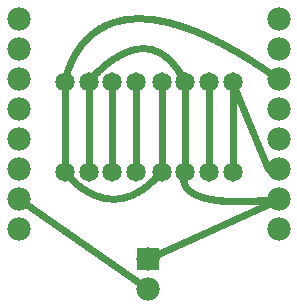
<source format=gtl>
G04 MADE WITH FRITZING*
G04 WWW.FRITZING.ORG*
G04 DOUBLE SIDED*
G04 HOLES PLATED*
G04 CONTOUR ON CENTER OF CONTOUR VECTOR*
%ASAXBY*%
%FSLAX23Y23*%
%MOIN*%
%OFA0B0*%
%SFA1.0B1.0*%
%ADD10C,0.078000*%
%ADD11C,0.065000*%
%ADD12R,0.078000X0.078000*%
%ADD13C,0.024000*%
%ADD14R,0.001000X0.001000*%
%LNCOPPER1*%
G90*
G70*
G54D10*
X70Y1046D03*
X70Y946D03*
X70Y846D03*
X70Y746D03*
X70Y646D03*
X70Y546D03*
X70Y446D03*
X70Y346D03*
X70Y1046D03*
X70Y946D03*
X70Y846D03*
X70Y746D03*
X70Y646D03*
X70Y546D03*
X70Y446D03*
X70Y346D03*
X937Y1045D03*
X937Y945D03*
X937Y845D03*
X937Y745D03*
X937Y645D03*
X937Y545D03*
X937Y445D03*
X937Y345D03*
X937Y1045D03*
X937Y945D03*
X937Y845D03*
X937Y745D03*
X937Y645D03*
X937Y545D03*
X937Y445D03*
X937Y345D03*
G54D11*
X546Y835D03*
X625Y835D03*
X704Y835D03*
X783Y835D03*
X546Y535D03*
X625Y535D03*
X704Y535D03*
X783Y535D03*
X225Y535D03*
X304Y535D03*
X382Y535D03*
X461Y535D03*
X225Y835D03*
X304Y835D03*
X382Y835D03*
X461Y835D03*
G54D10*
X500Y246D03*
X500Y146D03*
G54D12*
X500Y246D03*
G54D13*
X625Y812D02*
X625Y559D01*
D02*
X304Y812D02*
X304Y559D01*
D02*
X704Y559D02*
X704Y812D01*
D02*
X783Y559D02*
X783Y812D01*
D02*
X382Y559D02*
X382Y812D01*
D02*
X461Y559D02*
X461Y812D01*
D02*
X225Y559D02*
X225Y812D01*
D02*
X546Y559D02*
X546Y812D01*
D02*
X907Y545D02*
X901Y545D01*
D02*
X901Y545D02*
X791Y813D01*
D02*
X95Y429D02*
X476Y163D01*
D02*
X910Y433D02*
X528Y259D01*
G54D14*
X455Y1058D02*
X487Y1058D01*
X441Y1057D02*
X502Y1057D01*
X432Y1056D02*
X511Y1056D01*
X425Y1055D02*
X520Y1055D01*
X419Y1054D02*
X527Y1054D01*
X413Y1053D02*
X533Y1053D01*
X409Y1052D02*
X540Y1052D01*
X404Y1051D02*
X545Y1051D01*
X400Y1050D02*
X550Y1050D01*
X396Y1049D02*
X555Y1049D01*
X393Y1048D02*
X560Y1048D01*
X389Y1047D02*
X564Y1047D01*
X386Y1046D02*
X568Y1046D01*
X383Y1045D02*
X573Y1045D01*
X380Y1044D02*
X577Y1044D01*
X377Y1043D02*
X580Y1043D01*
X374Y1042D02*
X584Y1042D01*
X372Y1041D02*
X588Y1041D01*
X369Y1040D02*
X591Y1040D01*
X367Y1039D02*
X595Y1039D01*
X364Y1038D02*
X598Y1038D01*
X362Y1037D02*
X602Y1037D01*
X360Y1036D02*
X605Y1036D01*
X357Y1035D02*
X608Y1035D01*
X355Y1034D02*
X454Y1034D01*
X489Y1034D02*
X611Y1034D01*
X353Y1033D02*
X441Y1033D01*
X503Y1033D02*
X615Y1033D01*
X351Y1032D02*
X433Y1032D01*
X512Y1032D02*
X617Y1032D01*
X349Y1031D02*
X426Y1031D01*
X520Y1031D02*
X620Y1031D01*
X347Y1030D02*
X420Y1030D01*
X526Y1030D02*
X623Y1030D01*
X345Y1029D02*
X415Y1029D01*
X533Y1029D02*
X626Y1029D01*
X343Y1028D02*
X410Y1028D01*
X538Y1028D02*
X629Y1028D01*
X342Y1027D02*
X406Y1027D01*
X544Y1027D02*
X632Y1027D01*
X340Y1026D02*
X402Y1026D01*
X549Y1026D02*
X635Y1026D01*
X338Y1025D02*
X398Y1025D01*
X554Y1025D02*
X638Y1025D01*
X336Y1024D02*
X395Y1024D01*
X558Y1024D02*
X640Y1024D01*
X335Y1023D02*
X392Y1023D01*
X562Y1023D02*
X643Y1023D01*
X333Y1022D02*
X389Y1022D01*
X567Y1022D02*
X646Y1022D01*
X331Y1021D02*
X385Y1021D01*
X571Y1021D02*
X648Y1021D01*
X330Y1020D02*
X383Y1020D01*
X574Y1020D02*
X651Y1020D01*
X328Y1019D02*
X380Y1019D01*
X578Y1019D02*
X654Y1019D01*
X327Y1018D02*
X377Y1018D01*
X582Y1018D02*
X656Y1018D01*
X325Y1017D02*
X375Y1017D01*
X586Y1017D02*
X659Y1017D01*
X324Y1016D02*
X372Y1016D01*
X589Y1016D02*
X661Y1016D01*
X322Y1015D02*
X370Y1015D01*
X593Y1015D02*
X664Y1015D01*
X321Y1014D02*
X368Y1014D01*
X596Y1014D02*
X666Y1014D01*
X320Y1013D02*
X366Y1013D01*
X599Y1013D02*
X668Y1013D01*
X318Y1012D02*
X364Y1012D01*
X602Y1012D02*
X671Y1012D01*
X317Y1011D02*
X362Y1011D01*
X606Y1011D02*
X673Y1011D01*
X315Y1010D02*
X360Y1010D01*
X609Y1010D02*
X676Y1010D01*
X314Y1009D02*
X358Y1009D01*
X612Y1009D02*
X678Y1009D01*
X313Y1008D02*
X356Y1008D01*
X615Y1008D02*
X681Y1008D01*
X312Y1007D02*
X354Y1007D01*
X618Y1007D02*
X683Y1007D01*
X310Y1006D02*
X352Y1006D01*
X621Y1006D02*
X685Y1006D01*
X309Y1005D02*
X350Y1005D01*
X624Y1005D02*
X687Y1005D01*
X308Y1004D02*
X349Y1004D01*
X626Y1004D02*
X690Y1004D01*
X307Y1003D02*
X347Y1003D01*
X629Y1003D02*
X692Y1003D01*
X306Y1002D02*
X345Y1002D01*
X632Y1002D02*
X694Y1002D01*
X304Y1001D02*
X344Y1001D01*
X635Y1001D02*
X696Y1001D01*
X303Y1000D02*
X342Y1000D01*
X637Y1000D02*
X699Y1000D01*
X302Y999D02*
X341Y999D01*
X640Y999D02*
X701Y999D01*
X301Y998D02*
X339Y998D01*
X643Y998D02*
X703Y998D01*
X300Y997D02*
X338Y997D01*
X645Y997D02*
X705Y997D01*
X299Y996D02*
X336Y996D01*
X648Y996D02*
X707Y996D01*
X298Y995D02*
X335Y995D01*
X650Y995D02*
X709Y995D01*
X297Y994D02*
X333Y994D01*
X653Y994D02*
X711Y994D01*
X295Y993D02*
X332Y993D01*
X655Y993D02*
X714Y993D01*
X294Y992D02*
X330Y992D01*
X658Y992D02*
X716Y992D01*
X293Y991D02*
X329Y991D01*
X660Y991D02*
X718Y991D01*
X292Y990D02*
X328Y990D01*
X663Y990D02*
X720Y990D01*
X291Y989D02*
X326Y989D01*
X665Y989D02*
X722Y989D01*
X290Y988D02*
X325Y988D01*
X668Y988D02*
X724Y988D01*
X289Y987D02*
X324Y987D01*
X670Y987D02*
X726Y987D01*
X288Y986D02*
X323Y986D01*
X672Y986D02*
X728Y986D01*
X287Y985D02*
X321Y985D01*
X675Y985D02*
X730Y985D01*
X286Y984D02*
X320Y984D01*
X677Y984D02*
X732Y984D01*
X285Y983D02*
X319Y983D01*
X679Y983D02*
X734Y983D01*
X285Y982D02*
X318Y982D01*
X681Y982D02*
X736Y982D01*
X284Y981D02*
X317Y981D01*
X684Y981D02*
X738Y981D01*
X283Y980D02*
X316Y980D01*
X686Y980D02*
X740Y980D01*
X282Y979D02*
X314Y979D01*
X688Y979D02*
X742Y979D01*
X281Y978D02*
X313Y978D01*
X690Y978D02*
X744Y978D01*
X280Y977D02*
X312Y977D01*
X693Y977D02*
X746Y977D01*
X279Y976D02*
X311Y976D01*
X695Y976D02*
X748Y976D01*
X278Y975D02*
X310Y975D01*
X697Y975D02*
X750Y975D01*
X277Y974D02*
X309Y974D01*
X699Y974D02*
X752Y974D01*
X277Y973D02*
X308Y973D01*
X701Y973D02*
X754Y973D01*
X276Y972D02*
X307Y972D01*
X703Y972D02*
X756Y972D01*
X275Y971D02*
X306Y971D01*
X705Y971D02*
X757Y971D01*
X274Y970D02*
X305Y970D01*
X707Y970D02*
X759Y970D01*
X273Y969D02*
X304Y969D01*
X710Y969D02*
X761Y969D01*
X272Y968D02*
X303Y968D01*
X712Y968D02*
X763Y968D01*
X272Y967D02*
X302Y967D01*
X714Y967D02*
X765Y967D01*
X271Y966D02*
X301Y966D01*
X716Y966D02*
X767Y966D01*
X270Y965D02*
X300Y965D01*
X718Y965D02*
X769Y965D01*
X269Y964D02*
X299Y964D01*
X720Y964D02*
X770Y964D01*
X269Y963D02*
X298Y963D01*
X722Y963D02*
X772Y963D01*
X268Y962D02*
X298Y962D01*
X724Y962D02*
X774Y962D01*
X267Y961D02*
X297Y961D01*
X726Y961D02*
X776Y961D01*
X266Y960D02*
X296Y960D01*
X728Y960D02*
X778Y960D01*
X265Y959D02*
X295Y959D01*
X730Y959D02*
X780Y959D01*
X265Y958D02*
X294Y958D01*
X473Y958D02*
X497Y958D01*
X732Y958D02*
X781Y958D01*
X264Y957D02*
X293Y957D01*
X465Y957D02*
X505Y957D01*
X734Y957D02*
X783Y957D01*
X263Y956D02*
X292Y956D01*
X459Y956D02*
X511Y956D01*
X736Y956D02*
X785Y956D01*
X263Y955D02*
X291Y955D01*
X454Y955D02*
X515Y955D01*
X738Y955D02*
X787Y955D01*
X262Y954D02*
X291Y954D01*
X450Y954D02*
X519Y954D01*
X740Y954D02*
X788Y954D01*
X261Y953D02*
X290Y953D01*
X446Y953D02*
X522Y953D01*
X741Y953D02*
X790Y953D01*
X260Y952D02*
X289Y952D01*
X442Y952D02*
X526Y952D01*
X743Y952D02*
X792Y952D01*
X260Y951D02*
X288Y951D01*
X439Y951D02*
X528Y951D01*
X745Y951D02*
X794Y951D01*
X259Y950D02*
X287Y950D01*
X436Y950D02*
X531Y950D01*
X747Y950D02*
X796Y950D01*
X258Y949D02*
X287Y949D01*
X433Y949D02*
X533Y949D01*
X749Y949D02*
X797Y949D01*
X258Y948D02*
X286Y948D01*
X430Y948D02*
X536Y948D01*
X751Y948D02*
X799Y948D01*
X257Y947D02*
X285Y947D01*
X428Y947D02*
X538Y947D01*
X753Y947D02*
X801Y947D01*
X256Y946D02*
X284Y946D01*
X425Y946D02*
X540Y946D01*
X755Y946D02*
X803Y946D01*
X256Y945D02*
X284Y945D01*
X423Y945D02*
X542Y945D01*
X756Y945D02*
X804Y945D01*
X255Y944D02*
X283Y944D01*
X420Y944D02*
X544Y944D01*
X758Y944D02*
X806Y944D01*
X255Y943D02*
X282Y943D01*
X418Y943D02*
X546Y943D01*
X760Y943D02*
X808Y943D01*
X254Y942D02*
X282Y942D01*
X416Y942D02*
X548Y942D01*
X762Y942D02*
X809Y942D01*
X253Y941D02*
X281Y941D01*
X414Y941D02*
X549Y941D01*
X764Y941D02*
X811Y941D01*
X253Y940D02*
X280Y940D01*
X411Y940D02*
X551Y940D01*
X766Y940D02*
X813Y940D01*
X252Y939D02*
X279Y939D01*
X409Y939D02*
X553Y939D01*
X767Y939D02*
X814Y939D01*
X251Y938D02*
X279Y938D01*
X408Y938D02*
X554Y938D01*
X769Y938D02*
X816Y938D01*
X251Y937D02*
X278Y937D01*
X406Y937D02*
X556Y937D01*
X771Y937D02*
X818Y937D01*
X250Y936D02*
X277Y936D01*
X404Y936D02*
X558Y936D01*
X773Y936D02*
X819Y936D01*
X250Y935D02*
X277Y935D01*
X402Y935D02*
X559Y935D01*
X774Y935D02*
X821Y935D01*
X249Y934D02*
X276Y934D01*
X400Y934D02*
X470Y934D01*
X499Y934D02*
X561Y934D01*
X776Y934D02*
X823Y934D01*
X249Y933D02*
X275Y933D01*
X398Y933D02*
X464Y933D01*
X505Y933D02*
X562Y933D01*
X778Y933D02*
X824Y933D01*
X248Y932D02*
X275Y932D01*
X396Y932D02*
X459Y932D01*
X509Y932D02*
X563Y932D01*
X780Y932D02*
X826Y932D01*
X247Y931D02*
X274Y931D01*
X395Y931D02*
X454Y931D01*
X513Y931D02*
X565Y931D01*
X782Y931D02*
X828Y931D01*
X247Y930D02*
X274Y930D01*
X393Y930D02*
X451Y930D01*
X517Y930D02*
X566Y930D01*
X783Y930D02*
X829Y930D01*
X246Y929D02*
X273Y929D01*
X391Y929D02*
X447Y929D01*
X520Y929D02*
X567Y929D01*
X785Y929D02*
X831Y929D01*
X246Y928D02*
X272Y928D01*
X390Y928D02*
X444Y928D01*
X522Y928D02*
X569Y928D01*
X787Y928D02*
X833Y928D01*
X245Y927D02*
X272Y927D01*
X388Y927D02*
X441Y927D01*
X525Y927D02*
X570Y927D01*
X789Y927D02*
X834Y927D01*
X245Y926D02*
X271Y926D01*
X386Y926D02*
X439Y926D01*
X527Y926D02*
X571Y926D01*
X790Y926D02*
X836Y926D01*
X244Y925D02*
X270Y925D01*
X385Y925D02*
X436Y925D01*
X530Y925D02*
X572Y925D01*
X792Y925D02*
X837Y925D01*
X244Y924D02*
X270Y924D01*
X383Y924D02*
X433Y924D01*
X532Y924D02*
X573Y924D01*
X794Y924D02*
X839Y924D01*
X243Y923D02*
X269Y923D01*
X382Y923D02*
X431Y923D01*
X534Y923D02*
X575Y923D01*
X795Y923D02*
X841Y923D01*
X242Y922D02*
X269Y922D01*
X380Y922D02*
X429Y922D01*
X536Y922D02*
X576Y922D01*
X797Y922D02*
X842Y922D01*
X242Y921D02*
X268Y921D01*
X379Y921D02*
X427Y921D01*
X537Y921D02*
X577Y921D01*
X799Y921D02*
X844Y921D01*
X241Y920D02*
X268Y920D01*
X377Y920D02*
X424Y920D01*
X539Y920D02*
X578Y920D01*
X800Y920D02*
X845Y920D01*
X241Y919D02*
X267Y919D01*
X376Y919D02*
X422Y919D01*
X541Y919D02*
X579Y919D01*
X802Y919D02*
X847Y919D01*
X240Y918D02*
X267Y918D01*
X374Y918D02*
X420Y918D01*
X543Y918D02*
X580Y918D01*
X804Y918D02*
X849Y918D01*
X240Y917D02*
X266Y917D01*
X373Y917D02*
X418Y917D01*
X544Y917D02*
X581Y917D01*
X806Y917D02*
X850Y917D01*
X239Y916D02*
X265Y916D01*
X372Y916D02*
X416Y916D01*
X546Y916D02*
X582Y916D01*
X807Y916D02*
X852Y916D01*
X239Y915D02*
X265Y915D01*
X370Y915D02*
X414Y915D01*
X547Y915D02*
X583Y915D01*
X809Y915D02*
X854Y915D01*
X238Y914D02*
X264Y914D01*
X369Y914D02*
X412Y914D01*
X548Y914D02*
X584Y914D01*
X811Y914D02*
X855Y914D01*
X238Y913D02*
X264Y913D01*
X367Y913D02*
X410Y913D01*
X550Y913D02*
X585Y913D01*
X812Y913D02*
X857Y913D01*
X237Y912D02*
X263Y912D01*
X366Y912D02*
X409Y912D01*
X551Y912D02*
X586Y912D01*
X814Y912D02*
X858Y912D01*
X237Y911D02*
X263Y911D01*
X365Y911D02*
X407Y911D01*
X552Y911D02*
X587Y911D01*
X816Y911D02*
X860Y911D01*
X236Y910D02*
X262Y910D01*
X363Y910D02*
X405Y910D01*
X554Y910D02*
X588Y910D01*
X817Y910D02*
X861Y910D01*
X236Y909D02*
X262Y909D01*
X362Y909D02*
X404Y909D01*
X555Y909D02*
X589Y909D01*
X819Y909D02*
X863Y909D01*
X236Y908D02*
X261Y908D01*
X361Y908D02*
X402Y908D01*
X556Y908D02*
X590Y908D01*
X820Y908D02*
X864Y908D01*
X235Y907D02*
X261Y907D01*
X360Y907D02*
X400Y907D01*
X557Y907D02*
X591Y907D01*
X822Y907D02*
X866Y907D01*
X235Y906D02*
X260Y906D01*
X358Y906D02*
X399Y906D01*
X559Y906D02*
X591Y906D01*
X824Y906D02*
X867Y906D01*
X234Y905D02*
X260Y905D01*
X357Y905D02*
X397Y905D01*
X560Y905D02*
X592Y905D01*
X825Y905D02*
X869Y905D01*
X234Y904D02*
X259Y904D01*
X356Y904D02*
X395Y904D01*
X561Y904D02*
X593Y904D01*
X827Y904D02*
X871Y904D01*
X233Y903D02*
X259Y903D01*
X354Y903D02*
X394Y903D01*
X562Y903D02*
X594Y903D01*
X828Y903D02*
X872Y903D01*
X233Y902D02*
X258Y902D01*
X353Y902D02*
X392Y902D01*
X563Y902D02*
X595Y902D01*
X830Y902D02*
X874Y902D01*
X232Y901D02*
X258Y901D01*
X352Y901D02*
X391Y901D01*
X564Y901D02*
X596Y901D01*
X832Y901D02*
X875Y901D01*
X232Y900D02*
X257Y900D01*
X351Y900D02*
X389Y900D01*
X565Y900D02*
X597Y900D01*
X833Y900D02*
X877Y900D01*
X232Y899D02*
X257Y899D01*
X350Y899D02*
X388Y899D01*
X566Y899D02*
X597Y899D01*
X835Y899D02*
X878Y899D01*
X231Y898D02*
X256Y898D01*
X348Y898D02*
X387Y898D01*
X567Y898D02*
X598Y898D01*
X837Y898D02*
X880Y898D01*
X231Y897D02*
X256Y897D01*
X347Y897D02*
X385Y897D01*
X568Y897D02*
X599Y897D01*
X838Y897D02*
X881Y897D01*
X230Y896D02*
X255Y896D01*
X346Y896D02*
X384Y896D01*
X569Y896D02*
X600Y896D01*
X840Y896D02*
X883Y896D01*
X230Y895D02*
X255Y895D01*
X345Y895D02*
X382Y895D01*
X570Y895D02*
X601Y895D01*
X841Y895D02*
X884Y895D01*
X230Y894D02*
X255Y894D01*
X344Y894D02*
X381Y894D01*
X571Y894D02*
X601Y894D01*
X843Y894D02*
X886Y894D01*
X229Y893D02*
X254Y893D01*
X343Y893D02*
X380Y893D01*
X572Y893D02*
X602Y893D01*
X845Y893D02*
X887Y893D01*
X229Y892D02*
X254Y892D01*
X341Y892D02*
X378Y892D01*
X573Y892D02*
X603Y892D01*
X846Y892D02*
X889Y892D01*
X228Y891D02*
X253Y891D01*
X340Y891D02*
X377Y891D01*
X574Y891D02*
X604Y891D01*
X848Y891D02*
X890Y891D01*
X228Y890D02*
X253Y890D01*
X339Y890D02*
X376Y890D01*
X575Y890D02*
X604Y890D01*
X849Y890D02*
X892Y890D01*
X228Y889D02*
X252Y889D01*
X338Y889D02*
X374Y889D01*
X576Y889D02*
X605Y889D01*
X851Y889D02*
X893Y889D01*
X227Y888D02*
X252Y888D01*
X337Y888D02*
X373Y888D01*
X576Y888D02*
X606Y888D01*
X852Y888D02*
X895Y888D01*
X227Y887D02*
X252Y887D01*
X336Y887D02*
X372Y887D01*
X577Y887D02*
X607Y887D01*
X854Y887D02*
X896Y887D01*
X226Y886D02*
X251Y886D01*
X335Y886D02*
X371Y886D01*
X578Y886D02*
X607Y886D01*
X855Y886D02*
X898Y886D01*
X226Y885D02*
X251Y885D01*
X334Y885D02*
X369Y885D01*
X579Y885D02*
X608Y885D01*
X857Y885D02*
X899Y885D01*
X226Y884D02*
X250Y884D01*
X333Y884D02*
X368Y884D01*
X580Y884D02*
X609Y884D01*
X858Y884D02*
X901Y884D01*
X225Y883D02*
X250Y883D01*
X332Y883D02*
X367Y883D01*
X581Y883D02*
X610Y883D01*
X860Y883D02*
X902Y883D01*
X225Y882D02*
X250Y882D01*
X330Y882D02*
X366Y882D01*
X581Y882D02*
X610Y882D01*
X861Y882D02*
X904Y882D01*
X225Y881D02*
X249Y881D01*
X329Y881D02*
X364Y881D01*
X582Y881D02*
X611Y881D01*
X863Y881D02*
X905Y881D01*
X224Y880D02*
X249Y880D01*
X328Y880D02*
X363Y880D01*
X583Y880D02*
X612Y880D01*
X865Y880D02*
X907Y880D01*
X224Y879D02*
X248Y879D01*
X327Y879D02*
X362Y879D01*
X584Y879D02*
X612Y879D01*
X866Y879D02*
X908Y879D01*
X224Y878D02*
X248Y878D01*
X326Y878D02*
X361Y878D01*
X585Y878D02*
X613Y878D01*
X868Y878D02*
X910Y878D01*
X223Y877D02*
X248Y877D01*
X325Y877D02*
X360Y877D01*
X585Y877D02*
X614Y877D01*
X869Y877D02*
X911Y877D01*
X223Y876D02*
X247Y876D01*
X324Y876D02*
X358Y876D01*
X586Y876D02*
X614Y876D01*
X871Y876D02*
X913Y876D01*
X223Y875D02*
X247Y875D01*
X323Y875D02*
X357Y875D01*
X587Y875D02*
X615Y875D01*
X872Y875D02*
X914Y875D01*
X222Y874D02*
X247Y874D01*
X322Y874D02*
X356Y874D01*
X588Y874D02*
X616Y874D01*
X874Y874D02*
X915Y874D01*
X222Y873D02*
X246Y873D01*
X321Y873D02*
X355Y873D01*
X588Y873D02*
X616Y873D01*
X875Y873D02*
X917Y873D01*
X222Y872D02*
X246Y872D01*
X320Y872D02*
X354Y872D01*
X589Y872D02*
X617Y872D01*
X877Y872D02*
X918Y872D01*
X221Y871D02*
X245Y871D01*
X319Y871D02*
X353Y871D01*
X590Y871D02*
X617Y871D01*
X878Y871D02*
X920Y871D01*
X221Y870D02*
X245Y870D01*
X318Y870D02*
X352Y870D01*
X590Y870D02*
X618Y870D01*
X880Y870D02*
X921Y870D01*
X221Y869D02*
X245Y869D01*
X317Y869D02*
X351Y869D01*
X591Y869D02*
X619Y869D01*
X881Y869D02*
X922Y869D01*
X220Y868D02*
X245Y868D01*
X316Y868D02*
X350Y868D01*
X592Y868D02*
X619Y868D01*
X883Y868D02*
X924Y868D01*
X220Y867D02*
X244Y867D01*
X315Y867D02*
X349Y867D01*
X592Y867D02*
X620Y867D01*
X884Y867D02*
X925Y867D01*
X220Y866D02*
X244Y866D01*
X314Y866D02*
X347Y866D01*
X593Y866D02*
X621Y866D01*
X885Y866D02*
X927Y866D01*
X219Y865D02*
X244Y865D01*
X313Y865D02*
X346Y865D01*
X594Y865D02*
X621Y865D01*
X887Y865D02*
X928Y865D01*
X219Y864D02*
X243Y864D01*
X312Y864D02*
X345Y864D01*
X594Y864D02*
X622Y864D01*
X888Y864D02*
X930Y864D01*
X219Y863D02*
X243Y863D01*
X312Y863D02*
X344Y863D01*
X595Y863D02*
X622Y863D01*
X890Y863D02*
X931Y863D01*
X219Y862D02*
X243Y862D01*
X311Y862D02*
X343Y862D01*
X596Y862D02*
X623Y862D01*
X891Y862D02*
X932Y862D01*
X218Y861D02*
X242Y861D01*
X310Y861D02*
X342Y861D01*
X596Y861D02*
X623Y861D01*
X893Y861D02*
X934Y861D01*
X218Y860D02*
X242Y860D01*
X309Y860D02*
X341Y860D01*
X597Y860D02*
X624Y860D01*
X894Y860D02*
X935Y860D01*
X218Y859D02*
X242Y859D01*
X308Y859D02*
X340Y859D01*
X598Y859D02*
X625Y859D01*
X896Y859D02*
X937Y859D01*
X217Y858D02*
X241Y858D01*
X307Y858D02*
X339Y858D01*
X598Y858D02*
X625Y858D01*
X897Y858D02*
X938Y858D01*
X217Y857D02*
X241Y857D01*
X306Y857D02*
X338Y857D01*
X599Y857D02*
X626Y857D01*
X899Y857D02*
X940Y857D01*
X217Y856D02*
X241Y856D01*
X305Y856D02*
X337Y856D01*
X600Y856D02*
X626Y856D01*
X900Y856D02*
X941Y856D01*
X217Y855D02*
X241Y855D01*
X304Y855D02*
X336Y855D01*
X600Y855D02*
X627Y855D01*
X902Y855D02*
X942Y855D01*
X216Y854D02*
X240Y854D01*
X303Y854D02*
X335Y854D01*
X601Y854D02*
X627Y854D01*
X903Y854D02*
X944Y854D01*
X216Y853D02*
X240Y853D01*
X302Y853D02*
X334Y853D01*
X601Y853D02*
X628Y853D01*
X905Y853D02*
X945Y853D01*
X216Y852D02*
X240Y852D01*
X302Y852D02*
X333Y852D01*
X602Y852D02*
X629Y852D01*
X906Y852D02*
X945Y852D01*
X216Y851D02*
X239Y851D01*
X301Y851D02*
X332Y851D01*
X603Y851D02*
X629Y851D01*
X907Y851D02*
X946Y851D01*
X215Y850D02*
X239Y850D01*
X300Y850D02*
X331Y850D01*
X603Y850D02*
X630Y850D01*
X909Y850D02*
X946Y850D01*
X215Y849D02*
X239Y849D01*
X299Y849D02*
X330Y849D01*
X604Y849D02*
X630Y849D01*
X910Y849D02*
X947Y849D01*
X215Y848D02*
X239Y848D01*
X298Y848D02*
X329Y848D01*
X604Y848D02*
X631Y848D01*
X912Y848D02*
X947Y848D01*
X215Y847D02*
X238Y847D01*
X297Y847D02*
X328Y847D01*
X605Y847D02*
X631Y847D01*
X913Y847D02*
X947Y847D01*
X215Y846D02*
X238Y846D01*
X297Y846D02*
X328Y846D01*
X605Y846D02*
X632Y846D01*
X914Y846D02*
X947Y846D01*
X214Y845D02*
X238Y845D01*
X296Y845D02*
X327Y845D01*
X606Y845D02*
X632Y845D01*
X916Y845D02*
X947Y845D01*
X214Y844D02*
X238Y844D01*
X295Y844D02*
X326Y844D01*
X607Y844D02*
X633Y844D01*
X917Y844D02*
X947Y844D01*
X214Y843D02*
X237Y843D01*
X294Y843D02*
X325Y843D01*
X607Y843D02*
X633Y843D01*
X919Y843D02*
X947Y843D01*
X214Y842D02*
X237Y842D01*
X293Y842D02*
X324Y842D01*
X608Y842D02*
X634Y842D01*
X920Y842D02*
X947Y842D01*
X213Y841D02*
X237Y841D01*
X293Y841D02*
X323Y841D01*
X608Y841D02*
X634Y841D01*
X922Y841D02*
X947Y841D01*
X213Y840D02*
X237Y840D01*
X292Y840D02*
X322Y840D01*
X609Y840D02*
X635Y840D01*
X923Y840D02*
X946Y840D01*
X213Y839D02*
X237Y839D01*
X292Y839D02*
X321Y839D01*
X609Y839D02*
X635Y839D01*
X924Y839D02*
X946Y839D01*
X213Y838D02*
X236Y838D01*
X292Y838D02*
X320Y838D01*
X610Y838D02*
X635Y838D01*
X926Y838D02*
X945Y838D01*
X213Y837D02*
X236Y837D01*
X292Y837D02*
X319Y837D01*
X610Y837D02*
X635Y837D01*
X927Y837D02*
X944Y837D01*
X213Y836D02*
X236Y836D01*
X291Y836D02*
X318Y836D01*
X611Y836D02*
X636Y836D01*
X929Y836D02*
X943Y836D01*
X213Y835D02*
X236Y835D01*
X291Y835D02*
X318Y835D01*
X611Y835D02*
X636Y835D01*
X930Y835D02*
X942Y835D01*
X213Y834D02*
X236Y834D01*
X292Y834D02*
X317Y834D01*
X612Y834D02*
X636Y834D01*
X932Y834D02*
X940Y834D01*
X213Y833D02*
X235Y833D01*
X292Y833D02*
X316Y833D01*
X612Y833D02*
X635Y833D01*
X213Y832D02*
X235Y832D01*
X292Y832D02*
X315Y832D01*
X613Y832D02*
X635Y832D01*
X214Y831D02*
X235Y831D01*
X292Y831D02*
X314Y831D01*
X613Y831D02*
X635Y831D01*
X214Y830D02*
X234Y830D01*
X293Y830D02*
X313Y830D01*
X614Y830D02*
X634Y830D01*
X215Y829D02*
X234Y829D01*
X293Y829D02*
X313Y829D01*
X615Y829D02*
X634Y829D01*
X215Y828D02*
X233Y828D01*
X294Y828D02*
X312Y828D01*
X615Y828D02*
X633Y828D01*
X216Y827D02*
X232Y827D01*
X295Y827D02*
X311Y827D01*
X616Y827D02*
X632Y827D01*
X217Y826D02*
X231Y826D01*
X296Y826D02*
X310Y826D01*
X617Y826D02*
X631Y826D01*
X219Y825D02*
X229Y825D01*
X298Y825D02*
X308Y825D01*
X619Y825D02*
X629Y825D01*
X222Y824D02*
X227Y824D01*
X300Y824D02*
X306Y824D01*
X621Y824D02*
X627Y824D01*
X221Y547D02*
X227Y547D01*
X542Y547D02*
X549Y547D01*
X621Y547D02*
X627Y547D01*
X219Y546D02*
X230Y546D01*
X540Y546D02*
X551Y546D01*
X619Y546D02*
X630Y546D01*
X217Y545D02*
X231Y545D01*
X538Y545D02*
X552Y545D01*
X617Y545D02*
X631Y545D01*
X216Y544D02*
X232Y544D01*
X537Y544D02*
X553Y544D01*
X616Y544D02*
X632Y544D01*
X215Y543D02*
X233Y543D01*
X536Y543D02*
X554Y543D01*
X615Y543D02*
X633Y543D01*
X215Y542D02*
X234Y542D01*
X536Y542D02*
X555Y542D01*
X615Y542D02*
X634Y542D01*
X214Y541D02*
X235Y541D01*
X535Y541D02*
X556Y541D01*
X614Y541D02*
X634Y541D01*
X214Y540D02*
X236Y540D01*
X534Y540D02*
X556Y540D01*
X613Y540D02*
X635Y540D01*
X213Y539D02*
X236Y539D01*
X533Y539D02*
X556Y539D01*
X613Y539D02*
X635Y539D01*
X213Y538D02*
X237Y538D01*
X532Y538D02*
X557Y538D01*
X613Y538D02*
X635Y538D01*
X213Y537D02*
X238Y537D01*
X531Y537D02*
X557Y537D01*
X612Y537D02*
X636Y537D01*
X213Y536D02*
X239Y536D01*
X530Y536D02*
X557Y536D01*
X612Y536D02*
X636Y536D01*
X213Y535D02*
X240Y535D01*
X529Y535D02*
X557Y535D01*
X611Y535D02*
X636Y535D01*
X213Y534D02*
X241Y534D01*
X529Y534D02*
X557Y534D01*
X611Y534D02*
X635Y534D01*
X213Y533D02*
X241Y533D01*
X528Y533D02*
X557Y533D01*
X611Y533D02*
X635Y533D01*
X213Y532D02*
X242Y532D01*
X527Y532D02*
X556Y532D01*
X611Y532D02*
X635Y532D01*
X214Y531D02*
X243Y531D01*
X526Y531D02*
X556Y531D01*
X610Y531D02*
X635Y531D01*
X214Y530D02*
X244Y530D01*
X525Y530D02*
X555Y530D01*
X610Y530D02*
X634Y530D01*
X215Y529D02*
X245Y529D01*
X524Y529D02*
X555Y529D01*
X610Y529D02*
X634Y529D01*
X215Y528D02*
X246Y528D01*
X523Y528D02*
X554Y528D01*
X610Y528D02*
X633Y528D01*
X216Y527D02*
X247Y527D01*
X522Y527D02*
X553Y527D01*
X609Y527D02*
X633Y527D01*
X217Y526D02*
X248Y526D01*
X521Y526D02*
X552Y526D01*
X609Y526D02*
X633Y526D01*
X218Y525D02*
X249Y525D01*
X520Y525D02*
X552Y525D01*
X609Y525D02*
X632Y525D01*
X219Y524D02*
X250Y524D01*
X519Y524D02*
X551Y524D01*
X609Y524D02*
X632Y524D01*
X219Y523D02*
X251Y523D01*
X518Y523D02*
X550Y523D01*
X609Y523D02*
X632Y523D01*
X220Y522D02*
X252Y522D01*
X517Y522D02*
X549Y522D01*
X608Y522D02*
X632Y522D01*
X221Y521D02*
X253Y521D01*
X516Y521D02*
X548Y521D01*
X608Y521D02*
X631Y521D01*
X222Y520D02*
X254Y520D01*
X515Y520D02*
X547Y520D01*
X608Y520D02*
X631Y520D01*
X223Y519D02*
X255Y519D01*
X514Y519D02*
X546Y519D01*
X608Y519D02*
X631Y519D01*
X224Y518D02*
X256Y518D01*
X513Y518D02*
X545Y518D01*
X608Y518D02*
X631Y518D01*
X225Y517D02*
X257Y517D01*
X512Y517D02*
X544Y517D01*
X608Y517D02*
X631Y517D01*
X225Y516D02*
X258Y516D01*
X511Y516D02*
X544Y516D01*
X608Y516D02*
X631Y516D01*
X226Y515D02*
X259Y515D01*
X510Y515D02*
X543Y515D01*
X608Y515D02*
X631Y515D01*
X227Y514D02*
X260Y514D01*
X509Y514D02*
X542Y514D01*
X608Y514D02*
X631Y514D01*
X228Y513D02*
X261Y513D01*
X508Y513D02*
X541Y513D01*
X608Y513D02*
X631Y513D01*
X229Y512D02*
X262Y512D01*
X507Y512D02*
X540Y512D01*
X608Y512D02*
X631Y512D01*
X230Y511D02*
X263Y511D01*
X506Y511D02*
X539Y511D01*
X608Y511D02*
X631Y511D01*
X231Y510D02*
X264Y510D01*
X505Y510D02*
X538Y510D01*
X608Y510D02*
X631Y510D01*
X232Y509D02*
X265Y509D01*
X504Y509D02*
X537Y509D01*
X608Y509D02*
X631Y509D01*
X233Y508D02*
X267Y508D01*
X502Y508D02*
X536Y508D01*
X608Y508D02*
X631Y508D01*
X234Y507D02*
X268Y507D01*
X501Y507D02*
X535Y507D01*
X608Y507D02*
X631Y507D01*
X235Y506D02*
X269Y506D01*
X500Y506D02*
X534Y506D01*
X608Y506D02*
X631Y506D01*
X236Y505D02*
X270Y505D01*
X499Y505D02*
X533Y505D01*
X608Y505D02*
X632Y505D01*
X237Y504D02*
X271Y504D01*
X498Y504D02*
X532Y504D01*
X609Y504D02*
X632Y504D01*
X238Y503D02*
X272Y503D01*
X497Y503D02*
X531Y503D01*
X609Y503D02*
X632Y503D01*
X239Y502D02*
X274Y502D01*
X495Y502D02*
X530Y502D01*
X609Y502D02*
X633Y502D01*
X240Y501D02*
X275Y501D01*
X494Y501D02*
X529Y501D01*
X609Y501D02*
X633Y501D01*
X241Y500D02*
X276Y500D01*
X493Y500D02*
X528Y500D01*
X609Y500D02*
X633Y500D01*
X242Y499D02*
X277Y499D01*
X492Y499D02*
X527Y499D01*
X610Y499D02*
X634Y499D01*
X243Y498D02*
X279Y498D01*
X491Y498D02*
X526Y498D01*
X610Y498D02*
X634Y498D01*
X244Y497D02*
X280Y497D01*
X489Y497D02*
X525Y497D01*
X610Y497D02*
X635Y497D01*
X245Y496D02*
X281Y496D01*
X488Y496D02*
X524Y496D01*
X610Y496D02*
X635Y496D01*
X246Y495D02*
X283Y495D01*
X487Y495D02*
X523Y495D01*
X611Y495D02*
X636Y495D01*
X247Y494D02*
X284Y494D01*
X485Y494D02*
X522Y494D01*
X611Y494D02*
X636Y494D01*
X248Y493D02*
X285Y493D01*
X484Y493D02*
X520Y493D01*
X611Y493D02*
X637Y493D01*
X249Y492D02*
X287Y492D01*
X483Y492D02*
X519Y492D01*
X612Y492D02*
X637Y492D01*
X251Y491D02*
X288Y491D01*
X481Y491D02*
X518Y491D01*
X612Y491D02*
X638Y491D01*
X252Y490D02*
X290Y490D01*
X480Y490D02*
X517Y490D01*
X612Y490D02*
X639Y490D01*
X253Y489D02*
X291Y489D01*
X478Y489D02*
X516Y489D01*
X613Y489D02*
X640Y489D01*
X254Y488D02*
X293Y488D01*
X477Y488D02*
X515Y488D01*
X613Y488D02*
X640Y488D01*
X255Y487D02*
X294Y487D01*
X476Y487D02*
X514Y487D01*
X614Y487D02*
X641Y487D01*
X256Y486D02*
X296Y486D01*
X474Y486D02*
X512Y486D01*
X614Y486D02*
X642Y486D01*
X258Y485D02*
X297Y485D01*
X473Y485D02*
X511Y485D01*
X615Y485D02*
X643Y485D01*
X259Y484D02*
X299Y484D01*
X471Y484D02*
X510Y484D01*
X615Y484D02*
X644Y484D01*
X260Y483D02*
X301Y483D01*
X469Y483D02*
X509Y483D01*
X616Y483D02*
X646Y483D01*
X261Y482D02*
X302Y482D01*
X468Y482D02*
X508Y482D01*
X617Y482D02*
X647Y482D01*
X263Y481D02*
X304Y481D01*
X466Y481D02*
X506Y481D01*
X617Y481D02*
X648Y481D01*
X264Y480D02*
X306Y480D01*
X464Y480D02*
X505Y480D01*
X618Y480D02*
X649Y480D01*
X265Y479D02*
X308Y479D01*
X463Y479D02*
X504Y479D01*
X618Y479D02*
X650Y479D01*
X266Y478D02*
X309Y478D01*
X461Y478D02*
X503Y478D01*
X619Y478D02*
X652Y478D01*
X268Y477D02*
X311Y477D01*
X459Y477D02*
X501Y477D01*
X620Y477D02*
X653Y477D01*
X269Y476D02*
X313Y476D01*
X457Y476D02*
X500Y476D01*
X621Y476D02*
X655Y476D01*
X270Y475D02*
X315Y475D01*
X455Y475D02*
X499Y475D01*
X621Y475D02*
X656Y475D01*
X272Y474D02*
X317Y474D01*
X453Y474D02*
X497Y474D01*
X622Y474D02*
X658Y474D01*
X273Y473D02*
X319Y473D01*
X451Y473D02*
X496Y473D01*
X623Y473D02*
X660Y473D01*
X275Y472D02*
X322Y472D01*
X449Y472D02*
X494Y472D01*
X624Y472D02*
X662Y472D01*
X276Y471D02*
X324Y471D01*
X447Y471D02*
X493Y471D01*
X625Y471D02*
X664Y471D01*
X278Y470D02*
X326Y470D01*
X444Y470D02*
X492Y470D01*
X626Y470D02*
X666Y470D01*
X279Y469D02*
X329Y469D01*
X442Y469D02*
X490Y469D01*
X627Y469D02*
X668Y469D01*
X281Y468D02*
X331Y468D01*
X440Y468D02*
X489Y468D01*
X628Y468D02*
X671Y468D01*
X282Y467D02*
X334Y467D01*
X437Y467D02*
X487Y467D01*
X629Y467D02*
X673Y467D01*
X284Y466D02*
X336Y466D01*
X434Y466D02*
X486Y466D01*
X630Y466D02*
X675Y466D01*
X285Y465D02*
X339Y465D01*
X431Y465D02*
X484Y465D01*
X631Y465D02*
X678Y465D01*
X287Y464D02*
X343Y464D01*
X428Y464D02*
X483Y464D01*
X632Y464D02*
X681Y464D01*
X288Y463D02*
X346Y463D01*
X425Y463D02*
X481Y463D01*
X633Y463D02*
X684Y463D01*
X290Y462D02*
X350Y462D01*
X421Y462D02*
X479Y462D01*
X634Y462D02*
X687Y462D01*
X292Y461D02*
X354Y461D01*
X417Y461D02*
X478Y461D01*
X636Y461D02*
X691Y461D01*
X293Y460D02*
X358Y460D01*
X412Y460D02*
X476Y460D01*
X637Y460D02*
X695Y460D01*
X295Y459D02*
X364Y459D01*
X406Y459D02*
X474Y459D01*
X638Y459D02*
X698Y459D01*
X297Y458D02*
X372Y458D01*
X398Y458D02*
X473Y458D01*
X640Y458D02*
X703Y458D01*
X299Y457D02*
X471Y457D01*
X641Y457D02*
X708Y457D01*
X932Y457D02*
X938Y457D01*
X301Y456D02*
X469Y456D01*
X643Y456D02*
X712Y456D01*
X923Y456D02*
X941Y456D01*
X303Y455D02*
X467Y455D01*
X644Y455D02*
X719Y455D01*
X913Y455D02*
X943Y455D01*
X304Y454D02*
X465Y454D01*
X646Y454D02*
X725Y454D01*
X903Y454D02*
X944Y454D01*
X307Y453D02*
X463Y453D01*
X648Y453D02*
X732Y453D01*
X890Y453D02*
X945Y453D01*
X309Y452D02*
X461Y452D01*
X650Y452D02*
X741Y452D01*
X877Y452D02*
X945Y452D01*
X311Y451D02*
X459Y451D01*
X651Y451D02*
X752Y451D01*
X863Y451D02*
X946Y451D01*
X313Y450D02*
X457Y450D01*
X653Y450D02*
X766Y450D01*
X844Y450D02*
X946Y450D01*
X315Y449D02*
X455Y449D01*
X655Y449D02*
X947Y449D01*
X317Y448D02*
X453Y448D01*
X657Y448D02*
X947Y448D01*
X320Y447D02*
X450Y447D01*
X659Y447D02*
X947Y447D01*
X323Y446D02*
X448Y446D01*
X662Y446D02*
X947Y446D01*
X325Y445D02*
X445Y445D01*
X664Y445D02*
X947Y445D01*
X328Y444D02*
X443Y444D01*
X667Y444D02*
X947Y444D01*
X331Y443D02*
X440Y443D01*
X670Y443D02*
X947Y443D01*
X334Y442D02*
X437Y442D01*
X672Y442D02*
X947Y442D01*
X337Y441D02*
X434Y441D01*
X675Y441D02*
X947Y441D01*
X340Y440D02*
X430Y440D01*
X678Y440D02*
X946Y440D01*
X344Y439D02*
X427Y439D01*
X682Y439D02*
X946Y439D01*
X348Y438D02*
X423Y438D01*
X685Y438D02*
X945Y438D01*
X353Y437D02*
X418Y437D01*
X689Y437D02*
X944Y437D01*
X359Y436D02*
X413Y436D01*
X692Y436D02*
X943Y436D01*
X366Y435D02*
X406Y435D01*
X697Y435D02*
X942Y435D01*
X377Y434D02*
X396Y434D01*
X702Y434D02*
X939Y434D01*
X706Y433D02*
X933Y433D01*
X712Y432D02*
X923Y432D01*
X717Y431D02*
X913Y431D01*
X724Y430D02*
X903Y430D01*
X732Y429D02*
X890Y429D01*
X741Y428D02*
X877Y428D01*
X752Y427D02*
X862Y427D01*
X767Y426D02*
X843Y426D01*
D02*
G04 End of Copper1*
M02*
</source>
